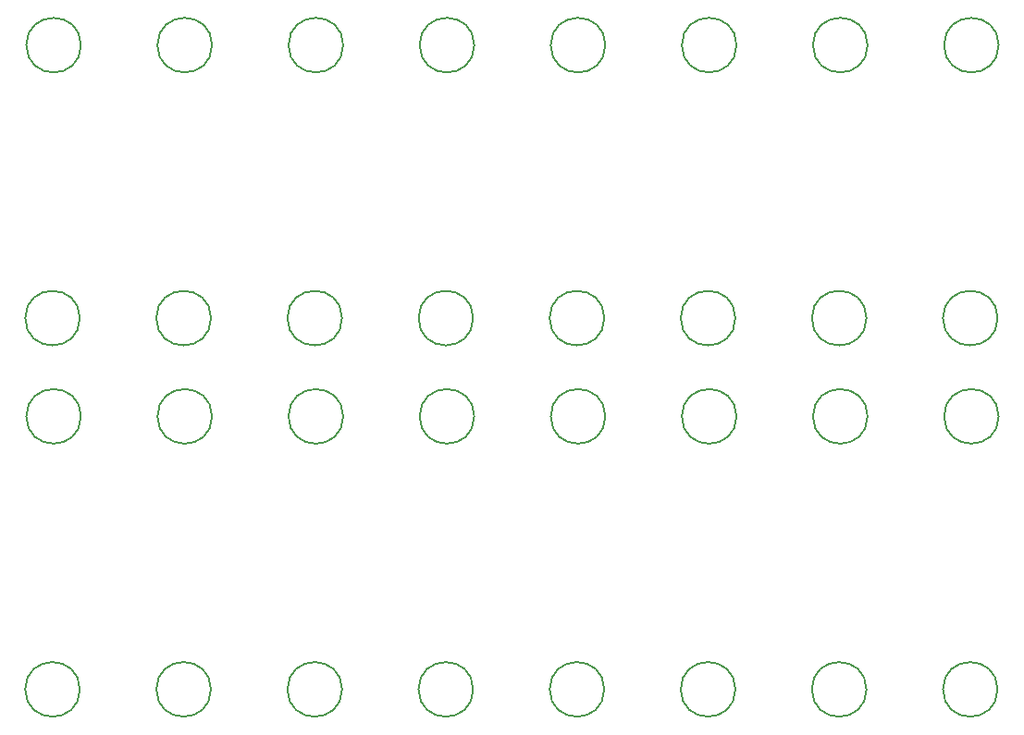
<source format=gbr>
%TF.GenerationSoftware,KiCad,Pcbnew,8.0.2*%
%TF.CreationDate,2024-06-26T14:53:40+07:00*%
%TF.ProjectId,Resistor_Panel,52657369-7374-46f7-925f-50616e656c2e,rev?*%
%TF.SameCoordinates,Original*%
%TF.FileFunction,Other,Comment*%
%FSLAX46Y46*%
G04 Gerber Fmt 4.6, Leading zero omitted, Abs format (unit mm)*
G04 Created by KiCad (PCBNEW 8.0.2) date 2024-06-26 14:53:40*
%MOMM*%
%LPD*%
G01*
G04 APERTURE LIST*
%ADD10C,0.150000*%
G04 APERTURE END LIST*
D10*
%TO.C,J1*%
X31600000Y-45580500D02*
G75*
G02*
X26600000Y-45580500I-2500000J0D01*
G01*
X26600000Y-45580500D02*
G75*
G02*
X31600000Y-45580500I2500000J0D01*
G01*
X91600000Y-11580500D02*
G75*
G02*
X86600000Y-11580500I-2500000J0D01*
G01*
X86600000Y-11580500D02*
G75*
G02*
X91600000Y-11580500I2500000J0D01*
G01*
%TO.C,J2*%
X43500000Y-70580500D02*
G75*
G02*
X38500000Y-70580500I-2500000J0D01*
G01*
X38500000Y-70580500D02*
G75*
G02*
X43500000Y-70580500I2500000J0D01*
G01*
%TO.C,J1*%
X91600000Y-45580500D02*
G75*
G02*
X86600000Y-45580500I-2500000J0D01*
G01*
X86600000Y-45580500D02*
G75*
G02*
X91600000Y-45580500I2500000J0D01*
G01*
X55600000Y-11580500D02*
G75*
G02*
X50600000Y-11580500I-2500000J0D01*
G01*
X50600000Y-11580500D02*
G75*
G02*
X55600000Y-11580500I2500000J0D01*
G01*
%TO.C,J2*%
X55500000Y-36580500D02*
G75*
G02*
X50500000Y-36580500I-2500000J0D01*
G01*
X50500000Y-36580500D02*
G75*
G02*
X55500000Y-36580500I2500000J0D01*
G01*
X79500000Y-70580500D02*
G75*
G02*
X74500000Y-70580500I-2500000J0D01*
G01*
X74500000Y-70580500D02*
G75*
G02*
X79500000Y-70580500I2500000J0D01*
G01*
%TO.C,J1*%
X43600000Y-11580500D02*
G75*
G02*
X38600000Y-11580500I-2500000J0D01*
G01*
X38600000Y-11580500D02*
G75*
G02*
X43600000Y-11580500I2500000J0D01*
G01*
%TO.C,J2*%
X31500000Y-36580500D02*
G75*
G02*
X26500000Y-36580500I-2500000J0D01*
G01*
X26500000Y-36580500D02*
G75*
G02*
X31500000Y-36580500I2500000J0D01*
G01*
%TO.C,J1*%
X55600000Y-45580500D02*
G75*
G02*
X50600000Y-45580500I-2500000J0D01*
G01*
X50600000Y-45580500D02*
G75*
G02*
X55600000Y-45580500I2500000J0D01*
G01*
%TO.C,J2*%
X67500000Y-36580500D02*
G75*
G02*
X62500000Y-36580500I-2500000J0D01*
G01*
X62500000Y-36580500D02*
G75*
G02*
X67500000Y-36580500I2500000J0D01*
G01*
X79500000Y-36580500D02*
G75*
G02*
X74500000Y-36580500I-2500000J0D01*
G01*
X74500000Y-36580500D02*
G75*
G02*
X79500000Y-36580500I2500000J0D01*
G01*
%TO.C,J1*%
X67600000Y-45580500D02*
G75*
G02*
X62600000Y-45580500I-2500000J0D01*
G01*
X62600000Y-45580500D02*
G75*
G02*
X67600000Y-45580500I2500000J0D01*
G01*
X79600000Y-11580500D02*
G75*
G02*
X74600000Y-11580500I-2500000J0D01*
G01*
X74600000Y-11580500D02*
G75*
G02*
X79600000Y-11580500I2500000J0D01*
G01*
%TO.C,J2*%
X67500000Y-70580500D02*
G75*
G02*
X62500000Y-70580500I-2500000J0D01*
G01*
X62500000Y-70580500D02*
G75*
G02*
X67500000Y-70580500I2500000J0D01*
G01*
%TO.C,J1*%
X7600000Y-11580500D02*
G75*
G02*
X2600000Y-11580500I-2500000J0D01*
G01*
X2600000Y-11580500D02*
G75*
G02*
X7600000Y-11580500I2500000J0D01*
G01*
X19600000Y-11580500D02*
G75*
G02*
X14600000Y-11580500I-2500000J0D01*
G01*
X14600000Y-11580500D02*
G75*
G02*
X19600000Y-11580500I2500000J0D01*
G01*
X31600000Y-11580500D02*
G75*
G02*
X26600000Y-11580500I-2500000J0D01*
G01*
X26600000Y-11580500D02*
G75*
G02*
X31600000Y-11580500I2500000J0D01*
G01*
X7600000Y-45580500D02*
G75*
G02*
X2600000Y-45580500I-2500000J0D01*
G01*
X2600000Y-45580500D02*
G75*
G02*
X7600000Y-45580500I2500000J0D01*
G01*
%TO.C,J2*%
X19500000Y-70580500D02*
G75*
G02*
X14500000Y-70580500I-2500000J0D01*
G01*
X14500000Y-70580500D02*
G75*
G02*
X19500000Y-70580500I2500000J0D01*
G01*
X91500000Y-36580500D02*
G75*
G02*
X86500000Y-36580500I-2500000J0D01*
G01*
X86500000Y-36580500D02*
G75*
G02*
X91500000Y-36580500I2500000J0D01*
G01*
X7500000Y-36580500D02*
G75*
G02*
X2500000Y-36580500I-2500000J0D01*
G01*
X2500000Y-36580500D02*
G75*
G02*
X7500000Y-36580500I2500000J0D01*
G01*
%TO.C,J1*%
X67600000Y-11580500D02*
G75*
G02*
X62600000Y-11580500I-2500000J0D01*
G01*
X62600000Y-11580500D02*
G75*
G02*
X67600000Y-11580500I2500000J0D01*
G01*
X43600000Y-45580500D02*
G75*
G02*
X38600000Y-45580500I-2500000J0D01*
G01*
X38600000Y-45580500D02*
G75*
G02*
X43600000Y-45580500I2500000J0D01*
G01*
%TO.C,J2*%
X91500000Y-70580500D02*
G75*
G02*
X86500000Y-70580500I-2500000J0D01*
G01*
X86500000Y-70580500D02*
G75*
G02*
X91500000Y-70580500I2500000J0D01*
G01*
X7500000Y-70580500D02*
G75*
G02*
X2500000Y-70580500I-2500000J0D01*
G01*
X2500000Y-70580500D02*
G75*
G02*
X7500000Y-70580500I2500000J0D01*
G01*
%TO.C,J1*%
X19600000Y-45580500D02*
G75*
G02*
X14600000Y-45580500I-2500000J0D01*
G01*
X14600000Y-45580500D02*
G75*
G02*
X19600000Y-45580500I2500000J0D01*
G01*
%TO.C,J2*%
X55500000Y-70580500D02*
G75*
G02*
X50500000Y-70580500I-2500000J0D01*
G01*
X50500000Y-70580500D02*
G75*
G02*
X55500000Y-70580500I2500000J0D01*
G01*
X19500000Y-36580500D02*
G75*
G02*
X14500000Y-36580500I-2500000J0D01*
G01*
X14500000Y-36580500D02*
G75*
G02*
X19500000Y-36580500I2500000J0D01*
G01*
%TO.C,J1*%
X79600000Y-45580500D02*
G75*
G02*
X74600000Y-45580500I-2500000J0D01*
G01*
X74600000Y-45580500D02*
G75*
G02*
X79600000Y-45580500I2500000J0D01*
G01*
%TO.C,J2*%
X31500000Y-70580500D02*
G75*
G02*
X26500000Y-70580500I-2500000J0D01*
G01*
X26500000Y-70580500D02*
G75*
G02*
X31500000Y-70580500I2500000J0D01*
G01*
X43500000Y-36580500D02*
G75*
G02*
X38500000Y-36580500I-2500000J0D01*
G01*
X38500000Y-36580500D02*
G75*
G02*
X43500000Y-36580500I2500000J0D01*
G01*
%TD*%
M02*

</source>
